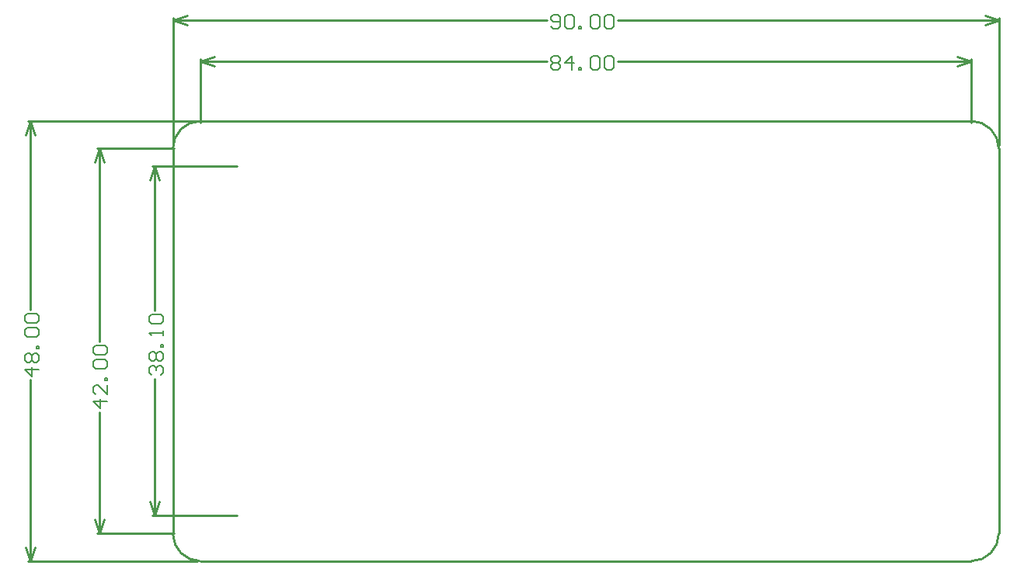
<source format=gm1>
G04*
G04 #@! TF.GenerationSoftware,Altium Limited,Altium Designer,20.2.6 (244)*
G04*
G04 Layer_Color=16711935*
%FSLAX25Y25*%
%MOIN*%
G70*
G04*
G04 #@! TF.SameCoordinates,357903E5-7464-4FF3-9603-397411888FB0*
G04*
G04*
G04 #@! TF.FilePolarity,Positive*
G04*
G01*
G75*
%ADD11C,0.01000*%
%ADD17C,0.00600*%
D11*
X342520Y0D02*
G03*
X354331Y11811I0J11811D01*
G01*
Y177165D02*
G03*
X342520Y188976I-11811J0D01*
G01*
X11811Y188976D02*
G03*
X0Y177165I0J-11811D01*
G01*
Y11811D02*
G03*
X11811Y0I11811J0D01*
G01*
Y-0D02*
X342520D01*
X354331Y11811D02*
Y177165D01*
X11811Y188976D02*
X342520D01*
X0Y11811D02*
Y177165D01*
X0Y232283D02*
X6000Y234283D01*
X0Y232283D02*
X6000Y230283D01*
X348331D02*
X354331Y232283D01*
X348331Y234283D02*
X354331Y232283D01*
X0D02*
X160470D01*
X190661D02*
X354331D01*
X0Y178665D02*
Y233283D01*
X354331Y178665D02*
Y233283D01*
X336520Y212567D02*
X342520Y214567D01*
X336520Y216567D02*
X342520Y214567D01*
X11811D02*
X17811Y216567D01*
X11811Y214567D02*
X17811Y212567D01*
X190661Y214567D02*
X342520D01*
X11811D02*
X160470D01*
X342520Y188408D02*
Y215567D01*
X11811Y188408D02*
Y215567D01*
X-61024Y188976D02*
X-59024Y182976D01*
X-63024D02*
X-61024Y188976D01*
X-63024Y6000D02*
X-61024Y-0D01*
X-59024Y6000D01*
X-61024Y107984D02*
Y188976D01*
Y-0D02*
Y77793D01*
X-62024Y188976D02*
X10311D01*
X-62024Y-0D02*
X10311D01*
X-9874Y25488D02*
X-7874Y19488D01*
X-5874Y25488D01*
X-7874Y169488D02*
X-5874Y163488D01*
X-9874D02*
X-7874Y169488D01*
Y19488D02*
Y78292D01*
Y107484D02*
Y169488D01*
X-8874Y19488D02*
X27616D01*
X-8874Y169488D02*
X27616D01*
X-31496Y177165D02*
X-29496Y171165D01*
X-33496D02*
X-31496Y177165D01*
X-33496Y17811D02*
X-31496Y11811D01*
X-29496Y17811D01*
X-31496Y94152D02*
Y177165D01*
Y11811D02*
Y63961D01*
X-32496Y177165D02*
X569D01*
X-32496Y11811D02*
X569D01*
D17*
X162070Y229684D02*
X163069Y228684D01*
X165069D01*
X166068Y229684D01*
Y233683D01*
X165069Y234682D01*
X163069D01*
X162070Y233683D01*
Y232683D01*
X163069Y231683D01*
X166068D01*
X168068Y233683D02*
X169068Y234682D01*
X171067D01*
X172066Y233683D01*
Y229684D01*
X171067Y228684D01*
X169068D01*
X168068Y229684D01*
Y233683D01*
X174066Y228684D02*
Y229684D01*
X175066D01*
Y228684D01*
X174066D01*
X179064Y233683D02*
X180064Y234682D01*
X182063D01*
X183063Y233683D01*
Y229684D01*
X182063Y228684D01*
X180064D01*
X179064Y229684D01*
Y233683D01*
X185062D02*
X186062Y234682D01*
X188061D01*
X189061Y233683D01*
Y229684D01*
X188061Y228684D01*
X186062D01*
X185062Y229684D01*
Y233683D01*
X162070Y215966D02*
X163069Y216966D01*
X165069D01*
X166068Y215966D01*
Y214967D01*
X165069Y213967D01*
X166068Y212967D01*
Y211968D01*
X165069Y210968D01*
X163069D01*
X162070Y211968D01*
Y212967D01*
X163069Y213967D01*
X162070Y214967D01*
Y215966D01*
X163069Y213967D02*
X165069D01*
X171067Y210968D02*
Y216966D01*
X168068Y213967D01*
X172066D01*
X174066Y210968D02*
Y211968D01*
X175066D01*
Y210968D01*
X174066D01*
X179064Y215966D02*
X180064Y216966D01*
X182063D01*
X183063Y215966D01*
Y211968D01*
X182063Y210968D01*
X180064D01*
X179064Y211968D01*
Y215966D01*
X185062D02*
X186062Y216966D01*
X188061D01*
X189061Y215966D01*
Y211968D01*
X188061Y210968D01*
X186062D01*
X185062Y211968D01*
Y215966D01*
X-57425Y82392D02*
X-63423D01*
X-60424Y79392D01*
Y83391D01*
X-62423Y85391D02*
X-63423Y86390D01*
Y88390D01*
X-62423Y89389D01*
X-61423D01*
X-60424Y88390D01*
X-59424Y89389D01*
X-58424D01*
X-57425Y88390D01*
Y86390D01*
X-58424Y85391D01*
X-59424D01*
X-60424Y86390D01*
X-61423Y85391D01*
X-62423D01*
X-60424Y86390D02*
Y88390D01*
X-57425Y91389D02*
X-58424D01*
Y92388D01*
X-57425D01*
Y91389D01*
X-62423Y96387D02*
X-63423Y97387D01*
Y99386D01*
X-62423Y100386D01*
X-58424D01*
X-57425Y99386D01*
Y97387D01*
X-58424Y96387D01*
X-62423D01*
Y102385D02*
X-63423Y103385D01*
Y105384D01*
X-62423Y106384D01*
X-58424D01*
X-57425Y105384D01*
Y103385D01*
X-58424Y102385D01*
X-62423D01*
X-9273Y79892D02*
X-10273Y80892D01*
Y82891D01*
X-9273Y83891D01*
X-8274D01*
X-7274Y82891D01*
Y81892D01*
Y82891D01*
X-6274Y83891D01*
X-5275D01*
X-4275Y82891D01*
Y80892D01*
X-5275Y79892D01*
X-9273Y85890D02*
X-10273Y86890D01*
Y88889D01*
X-9273Y89889D01*
X-8274D01*
X-7274Y88889D01*
X-6274Y89889D01*
X-5275D01*
X-4275Y88889D01*
Y86890D01*
X-5275Y85890D01*
X-6274D01*
X-7274Y86890D01*
X-8274Y85890D01*
X-9273D01*
X-7274Y86890D02*
Y88889D01*
X-4275Y91888D02*
X-5275D01*
Y92888D01*
X-4275D01*
Y91888D01*
Y96887D02*
Y98886D01*
Y97887D01*
X-10273D01*
X-9273Y96887D01*
Y101885D02*
X-10273Y102885D01*
Y104884D01*
X-9273Y105884D01*
X-5275D01*
X-4275Y104884D01*
Y102885D01*
X-5275Y101885D01*
X-9273D01*
X-28159Y68560D02*
X-34157D01*
X-31158Y65561D01*
Y69559D01*
X-28159Y75557D02*
Y71559D01*
X-32158Y75557D01*
X-33158D01*
X-34157Y74558D01*
Y72558D01*
X-33158Y71559D01*
X-28159Y77557D02*
X-29159D01*
Y78556D01*
X-28159D01*
Y77557D01*
X-33158Y82555D02*
X-34157Y83555D01*
Y85554D01*
X-33158Y86554D01*
X-29159D01*
X-28159Y85554D01*
Y83555D01*
X-29159Y82555D01*
X-33158D01*
Y88553D02*
X-34157Y89553D01*
Y91552D01*
X-33158Y92552D01*
X-29159D01*
X-28159Y91552D01*
Y89553D01*
X-29159Y88553D01*
X-33158D01*
M02*

</source>
